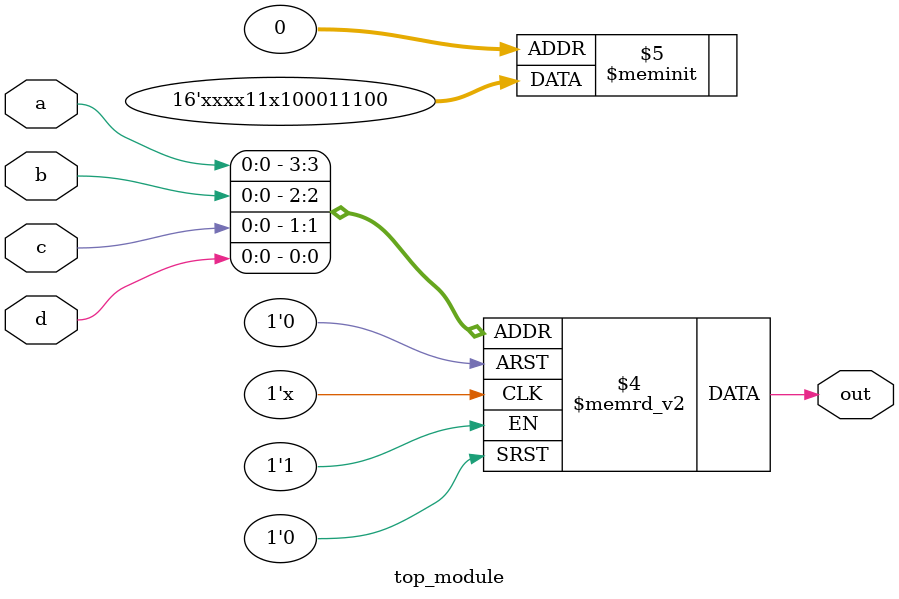
<source format=sv>
module top_module (
	input a, 
	input b,
	input c,
	input d,
	output reg out
);

always @* begin
    case ({a, b, c, d})
        4'b0000, 4'b0001, 4'b0101, 4'b0110, 4'b0111: out = 1'b0;
        4'b0011, 4'b0010, 4'b0100, 4'b1011, 4'b1010, 4'b1000: out = 1'b1;
        4'b1101, 4'b1100, 4'b1111, 4'b1110, 4'b1001: out = 1'bx;
        default: out = 1'b1;
    endcase
end

endmodule

</source>
